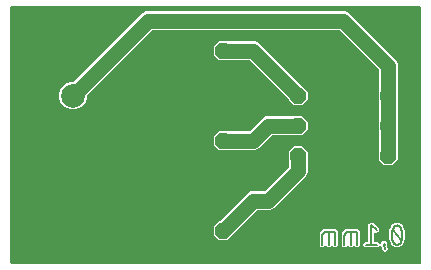
<source format=gbr>
G04 EAGLE Gerber RS-274X export*
G75*
%MOMM*%
%FSLAX34Y34*%
%LPD*%
%INTraces*%
%IPPOS*%
%AMOC8*
5,1,8,0,0,1.08239X$1,22.5*%
G01*
%ADD10C,0.152400*%
%ADD11P,1.429621X8X202.500000*%
%ADD12P,1.429621X8X22.500000*%
%ADD13C,2.000000*%
%ADD14C,1.270000*%

G36*
X357198Y10164D02*
X357198Y10164D01*
X357217Y10162D01*
X357319Y10184D01*
X357421Y10200D01*
X357438Y10210D01*
X357458Y10214D01*
X357547Y10267D01*
X357638Y10316D01*
X357652Y10330D01*
X357669Y10340D01*
X357736Y10419D01*
X357808Y10494D01*
X357816Y10512D01*
X357829Y10527D01*
X357868Y10623D01*
X357911Y10717D01*
X357913Y10737D01*
X357921Y10755D01*
X357939Y10922D01*
X357939Y227078D01*
X357936Y227098D01*
X357938Y227117D01*
X357916Y227219D01*
X357900Y227321D01*
X357890Y227338D01*
X357886Y227358D01*
X357833Y227447D01*
X357784Y227538D01*
X357770Y227552D01*
X357760Y227569D01*
X357681Y227636D01*
X357606Y227708D01*
X357588Y227716D01*
X357573Y227729D01*
X357477Y227768D01*
X357383Y227811D01*
X357363Y227813D01*
X357345Y227821D01*
X357178Y227839D01*
X10922Y227839D01*
X10902Y227836D01*
X10883Y227838D01*
X10781Y227816D01*
X10679Y227800D01*
X10662Y227790D01*
X10642Y227786D01*
X10553Y227733D01*
X10462Y227684D01*
X10448Y227670D01*
X10431Y227660D01*
X10364Y227581D01*
X10292Y227506D01*
X10284Y227488D01*
X10271Y227473D01*
X10232Y227377D01*
X10189Y227283D01*
X10187Y227263D01*
X10179Y227245D01*
X10161Y227078D01*
X10161Y10922D01*
X10164Y10902D01*
X10162Y10883D01*
X10184Y10781D01*
X10200Y10679D01*
X10210Y10662D01*
X10214Y10642D01*
X10267Y10553D01*
X10316Y10462D01*
X10330Y10448D01*
X10340Y10431D01*
X10419Y10364D01*
X10494Y10292D01*
X10512Y10284D01*
X10527Y10271D01*
X10623Y10232D01*
X10717Y10189D01*
X10737Y10187D01*
X10755Y10179D01*
X10922Y10161D01*
X357178Y10161D01*
X357198Y10164D01*
G37*
%LPC*%
G36*
X326833Y93471D02*
X326833Y93471D01*
X322071Y98233D01*
X322071Y104967D01*
X322102Y104998D01*
X322155Y105072D01*
X322215Y105141D01*
X322227Y105172D01*
X322246Y105198D01*
X322273Y105285D01*
X322307Y105370D01*
X322311Y105411D01*
X322318Y105433D01*
X322317Y105465D01*
X322325Y105536D01*
X322325Y123064D01*
X322311Y123154D01*
X322303Y123245D01*
X322291Y123274D01*
X322286Y123306D01*
X322243Y123387D01*
X322207Y123471D01*
X322181Y123503D01*
X322170Y123524D01*
X322147Y123546D01*
X322102Y123602D01*
X322071Y123633D01*
X322071Y130367D01*
X322102Y130398D01*
X322155Y130472D01*
X322215Y130541D01*
X322227Y130572D01*
X322246Y130598D01*
X322273Y130685D01*
X322307Y130770D01*
X322311Y130811D01*
X322318Y130833D01*
X322317Y130865D01*
X322325Y130936D01*
X322325Y148464D01*
X322311Y148554D01*
X322303Y148645D01*
X322291Y148674D01*
X322286Y148706D01*
X322243Y148787D01*
X322207Y148871D01*
X322181Y148903D01*
X322170Y148924D01*
X322147Y148946D01*
X322102Y149002D01*
X322071Y149033D01*
X322071Y155767D01*
X322102Y155798D01*
X322147Y155860D01*
X322178Y155893D01*
X322184Y155905D01*
X322215Y155941D01*
X322227Y155972D01*
X322246Y155998D01*
X322273Y156085D01*
X322307Y156170D01*
X322311Y156211D01*
X322318Y156233D01*
X322317Y156265D01*
X322325Y156336D01*
X322325Y174223D01*
X322311Y174313D01*
X322303Y174404D01*
X322291Y174434D01*
X322286Y174466D01*
X322243Y174546D01*
X322207Y174630D01*
X322181Y174662D01*
X322170Y174683D01*
X322147Y174705D01*
X322102Y174761D01*
X289061Y207802D01*
X288987Y207855D01*
X288918Y207915D01*
X288888Y207927D01*
X288861Y207946D01*
X288774Y207973D01*
X288690Y208007D01*
X288649Y208011D01*
X288626Y208018D01*
X288594Y208017D01*
X288523Y208025D01*
X130538Y208025D01*
X130448Y208011D01*
X130357Y208003D01*
X130327Y207991D01*
X130295Y207986D01*
X130215Y207943D01*
X130131Y207907D01*
X130099Y207881D01*
X130078Y207870D01*
X130056Y207847D01*
X130000Y207802D01*
X74998Y152800D01*
X74945Y152726D01*
X74885Y152657D01*
X74873Y152627D01*
X74854Y152600D01*
X74827Y152513D01*
X74793Y152429D01*
X74789Y152388D01*
X74782Y152365D01*
X74783Y152333D01*
X74775Y152262D01*
X74775Y149897D01*
X73020Y145661D01*
X69778Y142419D01*
X65542Y140664D01*
X60958Y140664D01*
X56722Y142419D01*
X53480Y145661D01*
X51725Y149897D01*
X51725Y154481D01*
X53480Y158717D01*
X56722Y161959D01*
X60958Y163714D01*
X63323Y163714D01*
X63413Y163728D01*
X63504Y163736D01*
X63534Y163748D01*
X63566Y163753D01*
X63646Y163796D01*
X63730Y163832D01*
X63762Y163858D01*
X63783Y163869D01*
X63805Y163892D01*
X63861Y163937D01*
X120178Y220254D01*
X122500Y222576D01*
X125395Y223775D01*
X293666Y223775D01*
X296561Y222576D01*
X298883Y220254D01*
X334554Y184583D01*
X336876Y182261D01*
X338075Y179366D01*
X338075Y156336D01*
X338089Y156246D01*
X338097Y156155D01*
X338109Y156126D01*
X338114Y156094D01*
X338157Y156013D01*
X338193Y155929D01*
X338219Y155897D01*
X338230Y155876D01*
X338253Y155854D01*
X338262Y155842D01*
X338270Y155830D01*
X338278Y155823D01*
X338298Y155798D01*
X338329Y155767D01*
X338329Y149033D01*
X338298Y149002D01*
X338245Y148928D01*
X338185Y148859D01*
X338173Y148828D01*
X338154Y148802D01*
X338127Y148715D01*
X338093Y148630D01*
X338089Y148589D01*
X338082Y148567D01*
X338083Y148535D01*
X338075Y148464D01*
X338075Y130936D01*
X338089Y130846D01*
X338097Y130755D01*
X338109Y130726D01*
X338114Y130694D01*
X338157Y130613D01*
X338193Y130529D01*
X338219Y130497D01*
X338230Y130476D01*
X338253Y130454D01*
X338298Y130398D01*
X338329Y130367D01*
X338329Y123633D01*
X338298Y123602D01*
X338245Y123528D01*
X338185Y123459D01*
X338173Y123428D01*
X338154Y123402D01*
X338127Y123315D01*
X338093Y123230D01*
X338089Y123189D01*
X338082Y123167D01*
X338083Y123135D01*
X338075Y123064D01*
X338075Y105536D01*
X338089Y105446D01*
X338097Y105355D01*
X338109Y105326D01*
X338114Y105294D01*
X338157Y105213D01*
X338193Y105129D01*
X338219Y105097D01*
X338230Y105076D01*
X338253Y105054D01*
X338298Y104998D01*
X338329Y104967D01*
X338329Y98233D01*
X333567Y93471D01*
X326833Y93471D01*
G37*
%LPD*%
%LPC*%
G36*
X187133Y29971D02*
X187133Y29971D01*
X182371Y34733D01*
X182371Y41467D01*
X187133Y46229D01*
X187177Y46229D01*
X187267Y46243D01*
X187358Y46251D01*
X187388Y46263D01*
X187420Y46268D01*
X187500Y46311D01*
X187584Y46347D01*
X187616Y46373D01*
X187637Y46384D01*
X187659Y46407D01*
X187715Y46452D01*
X211439Y70176D01*
X214334Y71375D01*
X225023Y71375D01*
X225113Y71389D01*
X225204Y71397D01*
X225234Y71409D01*
X225266Y71414D01*
X225346Y71457D01*
X225430Y71493D01*
X225462Y71519D01*
X225483Y71530D01*
X225505Y71553D01*
X225561Y71598D01*
X245902Y91939D01*
X245955Y92013D01*
X246015Y92082D01*
X246027Y92112D01*
X246046Y92139D01*
X246073Y92226D01*
X246107Y92310D01*
X246111Y92351D01*
X246118Y92374D01*
X246117Y92406D01*
X246125Y92477D01*
X246125Y97664D01*
X246111Y97754D01*
X246103Y97845D01*
X246091Y97874D01*
X246086Y97906D01*
X246043Y97987D01*
X246007Y98071D01*
X245981Y98103D01*
X245970Y98124D01*
X245947Y98146D01*
X245902Y98202D01*
X245871Y98233D01*
X245871Y104967D01*
X250633Y109729D01*
X257367Y109729D01*
X262129Y104967D01*
X262129Y98233D01*
X262098Y98202D01*
X262049Y98135D01*
X262047Y98133D01*
X262046Y98130D01*
X262045Y98128D01*
X261985Y98059D01*
X261973Y98028D01*
X261954Y98002D01*
X261927Y97915D01*
X261893Y97830D01*
X261889Y97789D01*
X261882Y97767D01*
X261883Y97735D01*
X261875Y97664D01*
X261875Y87334D01*
X260676Y84439D01*
X258354Y82117D01*
X233061Y56824D01*
X230166Y55625D01*
X219477Y55625D01*
X219387Y55611D01*
X219296Y55603D01*
X219266Y55591D01*
X219234Y55586D01*
X219154Y55543D01*
X219070Y55507D01*
X219038Y55481D01*
X219017Y55470D01*
X218995Y55447D01*
X218939Y55402D01*
X198852Y35315D01*
X198799Y35241D01*
X198739Y35172D01*
X198727Y35142D01*
X198708Y35115D01*
X198681Y35028D01*
X198647Y34944D01*
X198643Y34903D01*
X198636Y34880D01*
X198637Y34848D01*
X198629Y34777D01*
X198629Y34733D01*
X193867Y29971D01*
X187133Y29971D01*
G37*
%LPD*%
%LPC*%
G36*
X250633Y144271D02*
X250633Y144271D01*
X245871Y149033D01*
X245871Y149077D01*
X245857Y149167D01*
X245849Y149258D01*
X245837Y149288D01*
X245832Y149320D01*
X245789Y149400D01*
X245753Y149484D01*
X245727Y149516D01*
X245716Y149537D01*
X245693Y149559D01*
X245648Y149615D01*
X212861Y182402D01*
X212787Y182455D01*
X212718Y182515D01*
X212688Y182527D01*
X212661Y182546D01*
X212574Y182573D01*
X212490Y182607D01*
X212449Y182611D01*
X212426Y182618D01*
X212394Y182617D01*
X212323Y182625D01*
X194436Y182625D01*
X194346Y182611D01*
X194255Y182603D01*
X194226Y182591D01*
X194194Y182586D01*
X194113Y182543D01*
X194029Y182507D01*
X193997Y182481D01*
X193976Y182470D01*
X193954Y182447D01*
X193898Y182402D01*
X193867Y182371D01*
X187133Y182371D01*
X182371Y187133D01*
X182371Y193867D01*
X187133Y198629D01*
X193867Y198629D01*
X193898Y198598D01*
X193972Y198545D01*
X194041Y198485D01*
X194072Y198473D01*
X194098Y198454D01*
X194185Y198427D01*
X194270Y198393D01*
X194311Y198389D01*
X194333Y198382D01*
X194365Y198383D01*
X194436Y198375D01*
X217466Y198375D01*
X220361Y197176D01*
X256785Y160752D01*
X256859Y160699D01*
X256928Y160639D01*
X256958Y160627D01*
X256985Y160608D01*
X257072Y160581D01*
X257156Y160547D01*
X257197Y160543D01*
X257220Y160536D01*
X257252Y160537D01*
X257323Y160529D01*
X257367Y160529D01*
X262129Y155767D01*
X262129Y149033D01*
X257367Y144271D01*
X250633Y144271D01*
G37*
%LPD*%
%LPC*%
G36*
X187133Y106171D02*
X187133Y106171D01*
X182371Y110933D01*
X182371Y117667D01*
X187133Y122429D01*
X193867Y122429D01*
X193898Y122398D01*
X193972Y122345D01*
X194041Y122285D01*
X194072Y122273D01*
X194098Y122254D01*
X194185Y122227D01*
X194270Y122193D01*
X194311Y122189D01*
X194333Y122182D01*
X194365Y122183D01*
X194436Y122175D01*
X212323Y122175D01*
X212413Y122189D01*
X212504Y122197D01*
X212534Y122209D01*
X212566Y122214D01*
X212646Y122257D01*
X212730Y122293D01*
X212762Y122319D01*
X212783Y122330D01*
X212805Y122353D01*
X212861Y122398D01*
X224139Y133676D01*
X227034Y134875D01*
X250064Y134875D01*
X250154Y134889D01*
X250245Y134897D01*
X250274Y134909D01*
X250306Y134914D01*
X250387Y134957D01*
X250471Y134993D01*
X250503Y135019D01*
X250524Y135030D01*
X250546Y135053D01*
X250602Y135098D01*
X250633Y135129D01*
X257367Y135129D01*
X262129Y130367D01*
X262129Y123633D01*
X257367Y118871D01*
X250633Y118871D01*
X250602Y118902D01*
X250528Y118955D01*
X250459Y119015D01*
X250428Y119027D01*
X250402Y119046D01*
X250315Y119073D01*
X250230Y119107D01*
X250189Y119111D01*
X250167Y119118D01*
X250135Y119117D01*
X250064Y119125D01*
X232177Y119125D01*
X232087Y119111D01*
X231996Y119103D01*
X231966Y119091D01*
X231934Y119086D01*
X231854Y119043D01*
X231770Y119007D01*
X231738Y118981D01*
X231717Y118970D01*
X231695Y118947D01*
X231639Y118902D01*
X220361Y107624D01*
X217466Y106425D01*
X194436Y106425D01*
X194346Y106411D01*
X194255Y106403D01*
X194226Y106391D01*
X194194Y106386D01*
X194113Y106343D01*
X194029Y106307D01*
X193997Y106281D01*
X193976Y106270D01*
X193954Y106247D01*
X193898Y106202D01*
X193867Y106171D01*
X187133Y106171D01*
G37*
%LPD*%
%LPC*%
G36*
X335819Y23875D02*
X335819Y23875D01*
X332883Y25972D01*
X332359Y27500D01*
X332345Y27527D01*
X332324Y27587D01*
X330820Y30671D01*
X330820Y37909D01*
X331785Y39888D01*
X331798Y39933D01*
X331820Y39974D01*
X331831Y40021D01*
X331850Y40051D01*
X331869Y40072D01*
X331881Y40099D01*
X331913Y40150D01*
X332324Y40993D01*
X332332Y41022D01*
X332359Y41080D01*
X332883Y42608D01*
X335819Y44705D01*
X339426Y44705D01*
X342361Y42608D01*
X342885Y41080D01*
X342900Y41053D01*
X342921Y40993D01*
X344425Y37909D01*
X344425Y30671D01*
X343460Y28692D01*
X343447Y28647D01*
X343424Y28606D01*
X343414Y28559D01*
X343395Y28529D01*
X343376Y28508D01*
X343364Y28481D01*
X343332Y28430D01*
X342921Y27587D01*
X342913Y27557D01*
X342886Y27500D01*
X342362Y25972D01*
X339426Y23875D01*
X335819Y23875D01*
G37*
%LPD*%
%LPC*%
G36*
X292179Y23875D02*
X292179Y23875D01*
X290839Y25215D01*
X290839Y35629D01*
X292178Y37947D01*
X294496Y39286D01*
X304910Y39286D01*
X306250Y37947D01*
X306250Y25215D01*
X304910Y23875D01*
X303016Y23875D01*
X301792Y25099D01*
X301776Y25111D01*
X301763Y25126D01*
X301676Y25182D01*
X301592Y25243D01*
X301573Y25249D01*
X301556Y25259D01*
X301456Y25285D01*
X301357Y25315D01*
X301337Y25315D01*
X301318Y25319D01*
X301215Y25311D01*
X301111Y25309D01*
X301093Y25302D01*
X301073Y25300D01*
X300978Y25260D01*
X300880Y25224D01*
X300865Y25212D01*
X300846Y25204D01*
X300715Y25099D01*
X299492Y23875D01*
X297597Y23875D01*
X296373Y25099D01*
X296357Y25111D01*
X296345Y25126D01*
X296257Y25182D01*
X296174Y25243D01*
X296155Y25249D01*
X296138Y25259D01*
X296037Y25285D01*
X295939Y25315D01*
X295919Y25315D01*
X295899Y25319D01*
X295796Y25311D01*
X295693Y25309D01*
X295674Y25302D01*
X295654Y25300D01*
X295559Y25260D01*
X295462Y25224D01*
X295446Y25212D01*
X295428Y25204D01*
X295297Y25099D01*
X294073Y23875D01*
X292179Y23875D01*
G37*
%LPD*%
%LPC*%
G36*
X273421Y23875D02*
X273421Y23875D01*
X272081Y25215D01*
X272081Y35629D01*
X273420Y37947D01*
X275739Y39286D01*
X286153Y39286D01*
X287492Y37947D01*
X287492Y25215D01*
X286153Y23875D01*
X284258Y23875D01*
X283034Y25099D01*
X283018Y25111D01*
X283006Y25126D01*
X282919Y25182D01*
X282835Y25243D01*
X282816Y25249D01*
X282799Y25259D01*
X282698Y25285D01*
X282600Y25315D01*
X282580Y25315D01*
X282560Y25319D01*
X282457Y25311D01*
X282354Y25309D01*
X282335Y25302D01*
X282315Y25300D01*
X282220Y25260D01*
X282123Y25224D01*
X282107Y25212D01*
X282089Y25204D01*
X281958Y25099D01*
X280734Y23875D01*
X278840Y23875D01*
X277616Y25099D01*
X277600Y25111D01*
X277587Y25126D01*
X277500Y25182D01*
X277416Y25243D01*
X277397Y25249D01*
X277380Y25259D01*
X277280Y25285D01*
X277181Y25315D01*
X277161Y25315D01*
X277142Y25319D01*
X277039Y25311D01*
X276935Y25309D01*
X276916Y25302D01*
X276897Y25300D01*
X276802Y25260D01*
X276704Y25224D01*
X276688Y25212D01*
X276670Y25204D01*
X276539Y25099D01*
X275315Y23875D01*
X273421Y23875D01*
G37*
%LPD*%
%LPC*%
G36*
X325829Y20860D02*
X325829Y20860D01*
X324373Y24741D01*
X324334Y24809D01*
X324303Y24881D01*
X324266Y24928D01*
X324251Y24954D01*
X324230Y24972D01*
X324199Y25012D01*
X323807Y25404D01*
X323790Y25416D01*
X323778Y25431D01*
X323691Y25487D01*
X323607Y25547D01*
X323588Y25553D01*
X323571Y25564D01*
X323471Y25589D01*
X323372Y25620D01*
X323352Y25619D01*
X323333Y25624D01*
X323230Y25616D01*
X323126Y25613D01*
X323107Y25607D01*
X323087Y25605D01*
X322993Y25565D01*
X322895Y25529D01*
X322879Y25516D01*
X322861Y25509D01*
X322730Y25404D01*
X321201Y23875D01*
X310276Y23875D01*
X308936Y25215D01*
X308936Y27109D01*
X310276Y28449D01*
X312691Y28449D01*
X312710Y28452D01*
X312730Y28450D01*
X312831Y28472D01*
X312934Y28488D01*
X312951Y28498D01*
X312971Y28502D01*
X313060Y28555D01*
X313151Y28604D01*
X313165Y28618D01*
X313182Y28628D01*
X313249Y28707D01*
X313320Y28782D01*
X313329Y28800D01*
X313342Y28815D01*
X313380Y28911D01*
X313424Y29005D01*
X313426Y29025D01*
X313434Y29043D01*
X313452Y29210D01*
X313452Y42249D01*
X313447Y42278D01*
X313447Y42333D01*
X313358Y43134D01*
X313369Y43161D01*
X313406Y43226D01*
X313415Y43275D01*
X313434Y43320D01*
X313437Y43350D01*
X314002Y43916D01*
X314019Y43939D01*
X314059Y43978D01*
X314562Y44607D01*
X314589Y44619D01*
X314660Y44639D01*
X314701Y44667D01*
X314747Y44686D01*
X314770Y44705D01*
X315570Y44705D01*
X315598Y44709D01*
X315654Y44709D01*
X316455Y44798D01*
X316482Y44787D01*
X316547Y44751D01*
X316595Y44742D01*
X316641Y44723D01*
X316671Y44720D01*
X317236Y44154D01*
X317260Y44138D01*
X317299Y44098D01*
X322422Y39999D01*
X322632Y38117D01*
X321448Y36637D01*
X319565Y36428D01*
X319262Y36671D01*
X319236Y36685D01*
X319215Y36706D01*
X319130Y36745D01*
X319048Y36791D01*
X319019Y36797D01*
X318992Y36809D01*
X318899Y36820D01*
X318806Y36837D01*
X318777Y36833D01*
X318747Y36836D01*
X318656Y36817D01*
X318563Y36804D01*
X318536Y36791D01*
X318507Y36784D01*
X318426Y36736D01*
X318342Y36694D01*
X318321Y36673D01*
X318296Y36658D01*
X318235Y36587D01*
X318168Y36520D01*
X318155Y36494D01*
X318136Y36471D01*
X318101Y36384D01*
X318059Y36300D01*
X318055Y36271D01*
X318044Y36243D01*
X318025Y36076D01*
X318025Y29210D01*
X318029Y29190D01*
X318027Y29171D01*
X318049Y29069D01*
X318065Y28967D01*
X318075Y28950D01*
X318079Y28930D01*
X318132Y28841D01*
X318180Y28750D01*
X318195Y28736D01*
X318205Y28719D01*
X318284Y28652D01*
X318359Y28580D01*
X318377Y28572D01*
X318392Y28559D01*
X318488Y28520D01*
X318582Y28477D01*
X318601Y28475D01*
X318620Y28467D01*
X318787Y28449D01*
X321201Y28449D01*
X322696Y26954D01*
X322754Y26912D01*
X322806Y26863D01*
X322854Y26841D01*
X322896Y26810D01*
X322964Y26789D01*
X323029Y26759D01*
X323081Y26753D01*
X323131Y26738D01*
X323203Y26740D01*
X323274Y26732D01*
X323325Y26743D01*
X323377Y26744D01*
X323444Y26769D01*
X323514Y26784D01*
X323559Y26811D01*
X323608Y26829D01*
X323664Y26874D01*
X323725Y26911D01*
X323759Y26950D01*
X323800Y26983D01*
X323839Y27043D01*
X323885Y27097D01*
X323905Y27146D01*
X323933Y27190D01*
X323950Y27259D01*
X323977Y27326D01*
X323985Y27397D01*
X323993Y27428D01*
X323991Y27451D01*
X323996Y27492D01*
X323996Y28012D01*
X325335Y29352D01*
X328133Y29352D01*
X329472Y28012D01*
X329472Y25191D01*
X329408Y25110D01*
X329401Y25092D01*
X329390Y25076D01*
X329359Y24977D01*
X329324Y24879D01*
X329323Y24860D01*
X329318Y24841D01*
X329320Y24737D01*
X329318Y24633D01*
X329324Y24610D01*
X329324Y24595D01*
X329335Y24566D01*
X329359Y24470D01*
X330111Y22466D01*
X329327Y20741D01*
X327553Y20076D01*
X325829Y20860D01*
G37*
%LPD*%
D10*
X342138Y34290D02*
X342134Y34610D01*
X342123Y34929D01*
X342104Y35249D01*
X342077Y35567D01*
X342043Y35885D01*
X342001Y36202D01*
X341951Y36518D01*
X341894Y36833D01*
X341830Y37146D01*
X341758Y37458D01*
X341679Y37768D01*
X341592Y38075D01*
X341498Y38381D01*
X341397Y38684D01*
X341288Y38985D01*
X341173Y39283D01*
X341050Y39579D01*
X340920Y39871D01*
X340783Y40160D01*
X340783Y40161D02*
X340744Y40269D01*
X340701Y40376D01*
X340655Y40481D01*
X340604Y40585D01*
X340551Y40687D01*
X340494Y40787D01*
X340433Y40885D01*
X340369Y40980D01*
X340302Y41074D01*
X340231Y41165D01*
X340158Y41254D01*
X340081Y41340D01*
X340002Y41423D01*
X339920Y41504D01*
X339835Y41582D01*
X339747Y41656D01*
X339657Y41728D01*
X339565Y41796D01*
X339470Y41862D01*
X339373Y41924D01*
X339274Y41982D01*
X339172Y42038D01*
X339070Y42089D01*
X338965Y42137D01*
X338859Y42182D01*
X338751Y42223D01*
X338642Y42260D01*
X338532Y42293D01*
X338420Y42322D01*
X338308Y42348D01*
X338195Y42370D01*
X338081Y42387D01*
X337967Y42401D01*
X337852Y42411D01*
X337737Y42417D01*
X337622Y42419D01*
X337622Y42418D02*
X337507Y42416D01*
X337392Y42410D01*
X337277Y42400D01*
X337163Y42386D01*
X337049Y42369D01*
X336936Y42347D01*
X336824Y42321D01*
X336712Y42292D01*
X336602Y42259D01*
X336493Y42222D01*
X336385Y42181D01*
X336279Y42136D01*
X336175Y42088D01*
X336072Y42037D01*
X335971Y41981D01*
X335871Y41923D01*
X335774Y41861D01*
X335680Y41796D01*
X335587Y41727D01*
X335497Y41655D01*
X335409Y41581D01*
X335324Y41503D01*
X335242Y41422D01*
X335163Y41339D01*
X335086Y41253D01*
X335013Y41164D01*
X334942Y41073D01*
X334875Y40979D01*
X334811Y40884D01*
X334750Y40786D01*
X334693Y40686D01*
X334640Y40584D01*
X334589Y40480D01*
X334543Y40375D01*
X334500Y40268D01*
X334461Y40160D01*
X334462Y40160D02*
X334325Y39871D01*
X334195Y39579D01*
X334072Y39283D01*
X333957Y38985D01*
X333848Y38684D01*
X333747Y38381D01*
X333653Y38075D01*
X333566Y37768D01*
X333487Y37458D01*
X333415Y37146D01*
X333351Y36833D01*
X333294Y36518D01*
X333244Y36202D01*
X333202Y35885D01*
X333168Y35567D01*
X333141Y35249D01*
X333122Y34929D01*
X333111Y34610D01*
X333107Y34290D01*
X342138Y34290D02*
X342134Y33970D01*
X342123Y33651D01*
X342104Y33331D01*
X342077Y33013D01*
X342043Y32695D01*
X342001Y32378D01*
X341951Y32062D01*
X341894Y31747D01*
X341830Y31434D01*
X341758Y31122D01*
X341679Y30812D01*
X341592Y30505D01*
X341498Y30199D01*
X341397Y29896D01*
X341288Y29595D01*
X341173Y29297D01*
X341050Y29001D01*
X340920Y28709D01*
X340783Y28420D01*
X340744Y28312D01*
X340701Y28205D01*
X340655Y28100D01*
X340604Y27996D01*
X340551Y27894D01*
X340494Y27794D01*
X340433Y27696D01*
X340369Y27601D01*
X340302Y27507D01*
X340231Y27416D01*
X340158Y27327D01*
X340081Y27241D01*
X340002Y27158D01*
X339920Y27077D01*
X339835Y26999D01*
X339747Y26925D01*
X339657Y26853D01*
X339564Y26784D01*
X339470Y26719D01*
X339373Y26657D01*
X339273Y26599D01*
X339172Y26543D01*
X339070Y26492D01*
X338965Y26444D01*
X338859Y26399D01*
X338751Y26358D01*
X338642Y26321D01*
X338532Y26288D01*
X338420Y26259D01*
X338308Y26233D01*
X338195Y26211D01*
X338081Y26194D01*
X337967Y26180D01*
X337852Y26170D01*
X337737Y26164D01*
X337622Y26162D01*
X334462Y28420D02*
X334325Y28709D01*
X334195Y29001D01*
X334072Y29297D01*
X333957Y29595D01*
X333848Y29896D01*
X333747Y30199D01*
X333653Y30505D01*
X333566Y30812D01*
X333487Y31122D01*
X333415Y31434D01*
X333351Y31747D01*
X333294Y32062D01*
X333244Y32378D01*
X333202Y32695D01*
X333168Y33013D01*
X333141Y33331D01*
X333122Y33651D01*
X333111Y33970D01*
X333107Y34290D01*
X334461Y28420D02*
X334500Y28312D01*
X334543Y28205D01*
X334589Y28100D01*
X334640Y27996D01*
X334693Y27894D01*
X334751Y27794D01*
X334811Y27696D01*
X334875Y27601D01*
X334942Y27507D01*
X335013Y27416D01*
X335086Y27327D01*
X335163Y27241D01*
X335242Y27158D01*
X335324Y27077D01*
X335409Y26999D01*
X335497Y26925D01*
X335587Y26853D01*
X335680Y26784D01*
X335774Y26719D01*
X335871Y26657D01*
X335971Y26599D01*
X336072Y26543D01*
X336175Y26492D01*
X336279Y26444D01*
X336385Y26399D01*
X336493Y26358D01*
X336602Y26321D01*
X336712Y26288D01*
X336824Y26259D01*
X336936Y26233D01*
X337049Y26211D01*
X337163Y26194D01*
X337277Y26180D01*
X337392Y26170D01*
X337507Y26164D01*
X337622Y26162D01*
X341235Y29774D02*
X334010Y38806D01*
X327186Y26162D02*
X326282Y26162D01*
X327186Y26162D02*
X327186Y27065D01*
X326282Y27065D01*
X326282Y26162D01*
X327637Y22550D01*
X320254Y38806D02*
X315739Y42418D01*
X315739Y26162D01*
X320254Y26162D02*
X311223Y26162D01*
X303963Y26162D02*
X303963Y36999D01*
X295835Y36999D01*
X295734Y36997D01*
X295633Y36991D01*
X295532Y36982D01*
X295431Y36969D01*
X295331Y36952D01*
X295232Y36931D01*
X295134Y36907D01*
X295037Y36879D01*
X294940Y36847D01*
X294845Y36812D01*
X294752Y36773D01*
X294660Y36731D01*
X294569Y36685D01*
X294481Y36636D01*
X294394Y36584D01*
X294309Y36528D01*
X294226Y36470D01*
X294146Y36408D01*
X294068Y36343D01*
X293992Y36276D01*
X293919Y36206D01*
X293849Y36133D01*
X293782Y36057D01*
X293717Y35979D01*
X293655Y35899D01*
X293597Y35816D01*
X293541Y35731D01*
X293489Y35645D01*
X293440Y35556D01*
X293394Y35465D01*
X293352Y35373D01*
X293313Y35280D01*
X293278Y35185D01*
X293246Y35088D01*
X293218Y34991D01*
X293194Y34893D01*
X293173Y34794D01*
X293156Y34694D01*
X293143Y34593D01*
X293134Y34492D01*
X293128Y34391D01*
X293126Y34290D01*
X293126Y26162D01*
X298544Y26162D02*
X298544Y36999D01*
X285206Y36999D02*
X285206Y26162D01*
X285206Y36999D02*
X277078Y36999D01*
X276977Y36997D01*
X276876Y36991D01*
X276775Y36982D01*
X276674Y36969D01*
X276574Y36952D01*
X276475Y36931D01*
X276377Y36907D01*
X276280Y36879D01*
X276183Y36847D01*
X276088Y36812D01*
X275995Y36773D01*
X275903Y36731D01*
X275812Y36685D01*
X275724Y36636D01*
X275637Y36584D01*
X275552Y36528D01*
X275469Y36470D01*
X275389Y36408D01*
X275311Y36343D01*
X275235Y36276D01*
X275162Y36206D01*
X275092Y36133D01*
X275025Y36057D01*
X274960Y35979D01*
X274898Y35899D01*
X274840Y35816D01*
X274784Y35731D01*
X274732Y35645D01*
X274683Y35556D01*
X274637Y35465D01*
X274595Y35373D01*
X274556Y35280D01*
X274521Y35185D01*
X274489Y35088D01*
X274461Y34991D01*
X274437Y34893D01*
X274416Y34794D01*
X274399Y34694D01*
X274386Y34593D01*
X274377Y34492D01*
X274371Y34391D01*
X274369Y34290D01*
X274368Y34290D02*
X274368Y26162D01*
X279787Y26162D02*
X279787Y36999D01*
X340783Y40160D02*
X340920Y39871D01*
X341050Y39579D01*
X341173Y39283D01*
X341288Y38985D01*
X341397Y38684D01*
X341498Y38381D01*
X341592Y38075D01*
X341679Y37768D01*
X341758Y37458D01*
X341830Y37146D01*
X341894Y36833D01*
X341951Y36518D01*
X342001Y36202D01*
X342043Y35885D01*
X342077Y35567D01*
X342104Y35249D01*
X342123Y34929D01*
X342134Y34610D01*
X342138Y34290D01*
X340783Y40161D02*
X340744Y40269D01*
X340701Y40376D01*
X340655Y40481D01*
X340604Y40585D01*
X340551Y40687D01*
X340494Y40787D01*
X340433Y40885D01*
X340369Y40980D01*
X340302Y41074D01*
X340231Y41165D01*
X340158Y41254D01*
X340081Y41340D01*
X340002Y41423D01*
X339920Y41504D01*
X339835Y41582D01*
X339747Y41656D01*
X339657Y41728D01*
X339565Y41796D01*
X339470Y41862D01*
X339373Y41924D01*
X339274Y41982D01*
X339172Y42038D01*
X339070Y42089D01*
X338965Y42137D01*
X338859Y42182D01*
X338751Y42223D01*
X338642Y42260D01*
X338532Y42293D01*
X338420Y42322D01*
X338308Y42348D01*
X338195Y42370D01*
X338081Y42387D01*
X337967Y42401D01*
X337852Y42411D01*
X337737Y42417D01*
X337622Y42419D01*
X337622Y42418D02*
X337507Y42416D01*
X337392Y42410D01*
X337277Y42400D01*
X337163Y42386D01*
X337049Y42369D01*
X336936Y42347D01*
X336824Y42321D01*
X336712Y42292D01*
X336602Y42259D01*
X336493Y42222D01*
X336385Y42181D01*
X336279Y42136D01*
X336175Y42088D01*
X336072Y42037D01*
X335971Y41981D01*
X335871Y41923D01*
X335774Y41861D01*
X335680Y41796D01*
X335587Y41727D01*
X335497Y41655D01*
X335409Y41581D01*
X335324Y41503D01*
X335242Y41422D01*
X335163Y41339D01*
X335086Y41253D01*
X335013Y41164D01*
X334942Y41073D01*
X334875Y40979D01*
X334811Y40884D01*
X334750Y40786D01*
X334693Y40686D01*
X334640Y40584D01*
X334589Y40480D01*
X334543Y40375D01*
X334500Y40268D01*
X334461Y40160D01*
X334462Y40160D02*
X334325Y39871D01*
X334195Y39579D01*
X334072Y39283D01*
X333957Y38985D01*
X333848Y38684D01*
X333747Y38381D01*
X333653Y38075D01*
X333566Y37768D01*
X333487Y37458D01*
X333415Y37146D01*
X333351Y36833D01*
X333294Y36518D01*
X333244Y36202D01*
X333202Y35885D01*
X333168Y35567D01*
X333141Y35249D01*
X333122Y34929D01*
X333111Y34610D01*
X333107Y34290D01*
X342138Y34290D02*
X342134Y33970D01*
X342123Y33651D01*
X342104Y33331D01*
X342077Y33013D01*
X342043Y32695D01*
X342001Y32378D01*
X341951Y32062D01*
X341894Y31747D01*
X341830Y31434D01*
X341758Y31122D01*
X341679Y30812D01*
X341592Y30505D01*
X341498Y30199D01*
X341397Y29896D01*
X341288Y29595D01*
X341173Y29297D01*
X341050Y29001D01*
X340920Y28709D01*
X340783Y28420D01*
X340744Y28312D01*
X340701Y28205D01*
X340655Y28100D01*
X340604Y27996D01*
X340551Y27894D01*
X340494Y27794D01*
X340433Y27696D01*
X340369Y27601D01*
X340302Y27507D01*
X340231Y27416D01*
X340158Y27327D01*
X340081Y27241D01*
X340002Y27158D01*
X339920Y27077D01*
X339835Y26999D01*
X339747Y26925D01*
X339657Y26853D01*
X339564Y26784D01*
X339470Y26719D01*
X339373Y26657D01*
X339273Y26599D01*
X339172Y26543D01*
X339070Y26492D01*
X338965Y26444D01*
X338859Y26399D01*
X338751Y26358D01*
X338642Y26321D01*
X338532Y26288D01*
X338420Y26259D01*
X338308Y26233D01*
X338195Y26211D01*
X338081Y26194D01*
X337967Y26180D01*
X337852Y26170D01*
X337737Y26164D01*
X337622Y26162D01*
X334462Y28420D02*
X334325Y28709D01*
X334195Y29001D01*
X334072Y29297D01*
X333957Y29595D01*
X333848Y29896D01*
X333747Y30199D01*
X333653Y30505D01*
X333566Y30812D01*
X333487Y31122D01*
X333415Y31434D01*
X333351Y31747D01*
X333294Y32062D01*
X333244Y32378D01*
X333202Y32695D01*
X333168Y33013D01*
X333141Y33331D01*
X333122Y33651D01*
X333111Y33970D01*
X333107Y34290D01*
X334461Y28420D02*
X334500Y28312D01*
X334543Y28205D01*
X334589Y28100D01*
X334640Y27996D01*
X334693Y27894D01*
X334751Y27794D01*
X334811Y27696D01*
X334875Y27601D01*
X334942Y27507D01*
X335013Y27416D01*
X335086Y27327D01*
X335163Y27241D01*
X335242Y27158D01*
X335324Y27077D01*
X335409Y26999D01*
X335497Y26925D01*
X335587Y26853D01*
X335680Y26784D01*
X335774Y26719D01*
X335871Y26657D01*
X335971Y26599D01*
X336072Y26543D01*
X336175Y26492D01*
X336279Y26444D01*
X336385Y26399D01*
X336493Y26358D01*
X336602Y26321D01*
X336712Y26288D01*
X336824Y26259D01*
X336936Y26233D01*
X337049Y26211D01*
X337163Y26194D01*
X337277Y26180D01*
X337392Y26170D01*
X337507Y26164D01*
X337622Y26162D01*
X341235Y29774D02*
X334010Y38806D01*
X327186Y26162D02*
X326282Y26162D01*
X327186Y26162D02*
X327186Y27065D01*
X326282Y27065D01*
X326282Y26162D01*
X327637Y22550D01*
X320254Y38806D02*
X315739Y42418D01*
X315739Y26162D01*
X320254Y26162D02*
X311223Y26162D01*
X303963Y26162D02*
X303963Y36999D01*
X295835Y36999D01*
X295734Y36997D01*
X295633Y36991D01*
X295532Y36982D01*
X295431Y36969D01*
X295331Y36952D01*
X295232Y36931D01*
X295134Y36907D01*
X295037Y36879D01*
X294940Y36847D01*
X294845Y36812D01*
X294752Y36773D01*
X294660Y36731D01*
X294569Y36685D01*
X294481Y36636D01*
X294394Y36584D01*
X294309Y36528D01*
X294226Y36470D01*
X294146Y36408D01*
X294068Y36343D01*
X293992Y36276D01*
X293919Y36206D01*
X293849Y36133D01*
X293782Y36057D01*
X293717Y35979D01*
X293655Y35899D01*
X293597Y35816D01*
X293541Y35731D01*
X293489Y35645D01*
X293440Y35556D01*
X293394Y35465D01*
X293352Y35373D01*
X293313Y35280D01*
X293278Y35185D01*
X293246Y35088D01*
X293218Y34991D01*
X293194Y34893D01*
X293173Y34794D01*
X293156Y34694D01*
X293143Y34593D01*
X293134Y34492D01*
X293128Y34391D01*
X293126Y34290D01*
X293126Y26162D01*
X298544Y26162D02*
X298544Y36999D01*
X285206Y36999D02*
X285206Y26162D01*
X285206Y36999D02*
X277078Y36999D01*
X276977Y36997D01*
X276876Y36991D01*
X276775Y36982D01*
X276674Y36969D01*
X276574Y36952D01*
X276475Y36931D01*
X276377Y36907D01*
X276280Y36879D01*
X276183Y36847D01*
X276088Y36812D01*
X275995Y36773D01*
X275903Y36731D01*
X275812Y36685D01*
X275724Y36636D01*
X275637Y36584D01*
X275552Y36528D01*
X275469Y36470D01*
X275389Y36408D01*
X275311Y36343D01*
X275235Y36276D01*
X275162Y36206D01*
X275092Y36133D01*
X275025Y36057D01*
X274960Y35979D01*
X274898Y35899D01*
X274840Y35816D01*
X274784Y35731D01*
X274732Y35645D01*
X274683Y35556D01*
X274637Y35465D01*
X274595Y35373D01*
X274556Y35280D01*
X274521Y35185D01*
X274489Y35088D01*
X274461Y34991D01*
X274437Y34893D01*
X274416Y34794D01*
X274399Y34694D01*
X274386Y34593D01*
X274377Y34492D01*
X274371Y34391D01*
X274369Y34290D01*
X274368Y34290D02*
X274368Y26162D01*
X279787Y26162D02*
X279787Y36999D01*
D11*
X190500Y38100D03*
X165100Y38100D03*
X190500Y114300D03*
X165100Y114300D03*
X190500Y190500D03*
X165100Y190500D03*
D12*
X254000Y101600D03*
X330200Y101600D03*
X254000Y127000D03*
X330200Y127000D03*
X254000Y152400D03*
X330200Y152400D03*
D13*
X63250Y101389D03*
X63250Y152189D03*
D14*
X190500Y38100D02*
X215900Y63500D01*
X228600Y63500D01*
X254000Y88900D01*
X254000Y101600D01*
X330200Y127000D02*
X330200Y152400D01*
X330200Y127000D02*
X330200Y101600D01*
X330200Y177800D02*
X292100Y215900D01*
X330200Y177800D02*
X330200Y152400D01*
X126961Y215900D02*
X63250Y152189D01*
X126961Y215900D02*
X292100Y215900D01*
X215900Y114300D02*
X190500Y114300D01*
X215900Y114300D02*
X228600Y127000D01*
X254000Y127000D01*
X215900Y190500D02*
X190500Y190500D01*
X215900Y190500D02*
X254000Y152400D01*
M02*

</source>
